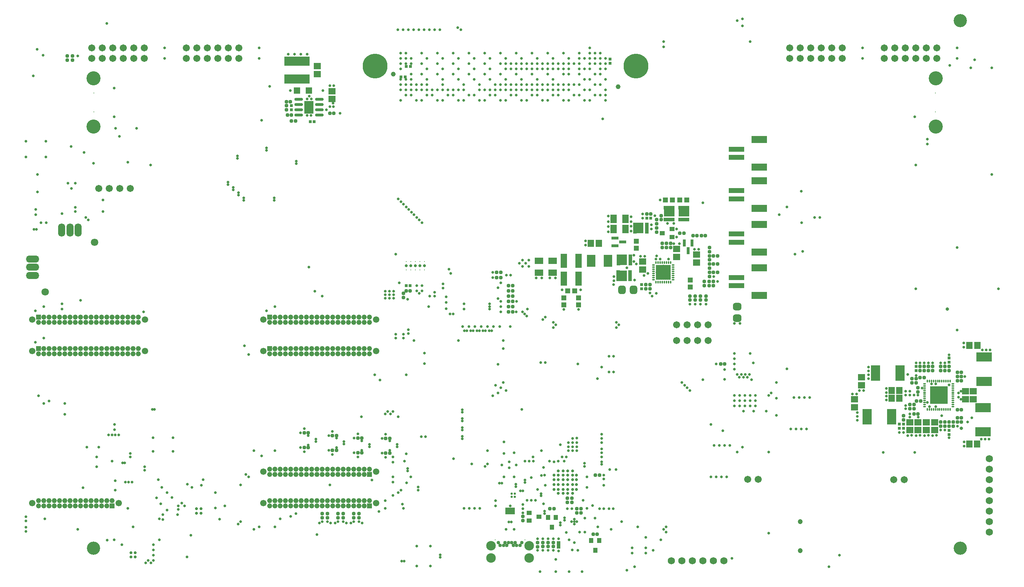
<source format=gbs>
G04 Layer_Color=16711935*
%FSLAX24Y24*%
%MOIN*%
G70*
G01*
G75*
%ADD101C,0.0039*%
%ADD102C,0.1260*%
G04:AMPARAMS|DCode=164|XSize=33.6mil|YSize=31.6mil|CornerRadius=9.9mil|HoleSize=0mil|Usage=FLASHONLY|Rotation=180.000|XOffset=0mil|YOffset=0mil|HoleType=Round|Shape=RoundedRectangle|*
%AMROUNDEDRECTD164*
21,1,0.0336,0.0118,0,0,180.0*
21,1,0.0138,0.0316,0,0,180.0*
1,1,0.0198,-0.0069,0.0059*
1,1,0.0198,0.0069,0.0059*
1,1,0.0198,0.0069,-0.0059*
1,1,0.0198,-0.0069,-0.0059*
%
%ADD164ROUNDEDRECTD164*%
G04:AMPARAMS|DCode=165|XSize=33.6mil|YSize=31.6mil|CornerRadius=9.9mil|HoleSize=0mil|Usage=FLASHONLY|Rotation=90.000|XOffset=0mil|YOffset=0mil|HoleType=Round|Shape=RoundedRectangle|*
%AMROUNDEDRECTD165*
21,1,0.0336,0.0118,0,0,90.0*
21,1,0.0138,0.0316,0,0,90.0*
1,1,0.0198,0.0059,0.0069*
1,1,0.0198,0.0059,-0.0069*
1,1,0.0198,-0.0059,-0.0069*
1,1,0.0198,-0.0059,0.0069*
%
%ADD165ROUNDEDRECTD165*%
%ADD166R,0.0277X0.0316*%
%ADD167R,0.0316X0.0277*%
%ADD170R,0.0690X0.0297*%
%ADD176R,0.0474X0.0513*%
%ADD180R,0.0611X0.0808*%
%ADD181R,0.0592X0.0671*%
G04:AMPARAMS|DCode=182|XSize=78.9mil|YSize=71mil|CornerRadius=19.7mil|HoleSize=0mil|Usage=FLASHONLY|Rotation=180.000|XOffset=0mil|YOffset=0mil|HoleType=Round|Shape=RoundedRectangle|*
%AMROUNDEDRECTD182*
21,1,0.0789,0.0315,0,0,180.0*
21,1,0.0394,0.0710,0,0,180.0*
1,1,0.0395,-0.0197,0.0157*
1,1,0.0395,0.0197,0.0157*
1,1,0.0395,0.0197,-0.0157*
1,1,0.0395,-0.0197,-0.0157*
%
%ADD182ROUNDEDRECTD182*%
%ADD183R,0.0415X0.0474*%
%ADD184R,0.0415X0.0474*%
%ADD188R,0.0513X0.0474*%
%ADD198R,0.0808X0.0611*%
%ADD201R,0.0474X0.0415*%
%ADD202R,0.0474X0.0415*%
G04:AMPARAMS|DCode=210|XSize=20.7mil|YSize=22.7mil|CornerRadius=6.4mil|HoleSize=0mil|Usage=FLASHONLY|Rotation=180.000|XOffset=0mil|YOffset=0mil|HoleType=Round|Shape=RoundedRectangle|*
%AMROUNDEDRECTD210*
21,1,0.0207,0.0098,0,0,180.0*
21,1,0.0079,0.0227,0,0,180.0*
1,1,0.0129,-0.0039,0.0049*
1,1,0.0129,0.0039,0.0049*
1,1,0.0129,0.0039,-0.0049*
1,1,0.0129,-0.0039,-0.0049*
%
%ADD210ROUNDEDRECTD210*%
%ADD211R,0.0109X0.0296*%
%ADD212R,0.0187X0.0296*%
%ADD221R,0.0671X0.0592*%
%ADD238C,0.0680*%
%ADD239C,0.0030*%
%ADD240C,0.2363*%
%ADD241C,0.0462*%
%ADD242C,0.0080*%
%ADD243C,0.0336*%
%ADD244C,0.0907*%
%ADD245C,0.0671*%
%ADD246C,0.1340*%
%ADD247C,0.0710*%
%ADD248O,0.0671X0.1261*%
%ADD249O,0.1261X0.0671*%
%ADD250C,0.0474*%
%ADD251C,0.0480*%
%ADD252R,0.0480X0.0480*%
%ADD253C,0.0330*%
%ADD254C,0.0277*%
%ADD255C,0.0260*%
%ADD256C,0.0118*%
%ADD257R,0.1458X0.0867*%
%ADD258R,0.0867X0.1458*%
%ADD259O,0.0827X0.0276*%
%ADD260R,0.0879X0.1221*%
%ADD261R,0.0356X0.0493*%
%ADD262R,0.0356X0.0285*%
%ADD263O,0.0276X0.0134*%
%ADD264O,0.0134X0.0276*%
%ADD265R,0.1654X0.1654*%
%ADD266R,0.2442X0.0867*%
%ADD267R,0.0631X0.0631*%
%ADD268R,0.0631X0.1379*%
%ADD269R,0.0834X0.1178*%
G04:AMPARAMS|DCode=270|XSize=78.9mil|YSize=71mil|CornerRadius=19.7mil|HoleSize=0mil|Usage=FLASHONLY|Rotation=90.000|XOffset=0mil|YOffset=0mil|HoleType=Round|Shape=RoundedRectangle|*
%AMROUNDEDRECTD270*
21,1,0.0789,0.0315,0,0,90.0*
21,1,0.0394,0.0710,0,0,90.0*
1,1,0.0395,0.0157,0.0197*
1,1,0.0395,0.0157,-0.0197*
1,1,0.0395,-0.0157,-0.0197*
1,1,0.0395,-0.0157,0.0197*
%
%ADD270ROUNDEDRECTD270*%
%ADD271R,0.0328X0.0277*%
%ADD272R,0.0828X0.1045*%
%ADD273R,0.0297X0.0690*%
%ADD274R,0.0277X0.0328*%
%ADD275R,0.1045X0.0828*%
%ADD276R,0.1398X0.1398*%
%ADD277R,0.1497X0.0682*%
%ADD278R,0.1497X0.0513*%
%ADD279C,0.0610*%
G36*
X47103Y5925D02*
X46197Y5925D01*
X46197Y6575D01*
X47103Y6575D01*
X47103Y5925D01*
X47103Y5925D02*
G37*
D101*
X950Y50580D02*
D03*
X950Y49400D02*
D03*
D102*
X89500Y2700D02*
D03*
X89500Y53000D02*
D03*
X7000Y2700D02*
D03*
D164*
X86071Y19653D02*
D03*
X86071Y20047D02*
D03*
X85677Y19653D02*
D03*
X85677Y20047D02*
D03*
X87646Y14732D02*
D03*
X87646Y14338D02*
D03*
X88039Y14732D02*
D03*
X88039Y14338D02*
D03*
X87646Y19653D02*
D03*
X87646Y20047D02*
D03*
X88039Y19653D02*
D03*
X88039Y20047D02*
D03*
X5000Y49250D02*
D03*
X5000Y49644D02*
D03*
X50250Y3250D02*
D03*
X50250Y2856D02*
D03*
X49250Y3247D02*
D03*
X49250Y2853D02*
D03*
X49750Y3250D02*
D03*
X49750Y2856D02*
D03*
X50750Y3250D02*
D03*
X50750Y2856D02*
D03*
X65120Y27728D02*
D03*
X65120Y28122D02*
D03*
X47874Y5335D02*
D03*
X47874Y5728D02*
D03*
X52520Y7067D02*
D03*
X52520Y7461D02*
D03*
X52087Y7067D02*
D03*
X52087Y7461D02*
D03*
X88433Y19653D02*
D03*
X88433Y20047D02*
D03*
X86858Y19653D02*
D03*
X86858Y20047D02*
D03*
X86465Y20047D02*
D03*
X86465Y19653D02*
D03*
X88433Y14338D02*
D03*
X88433Y14732D02*
D03*
X88827Y14338D02*
D03*
X88827Y14732D02*
D03*
X84102Y14929D02*
D03*
X84102Y15322D02*
D03*
X84890Y18472D02*
D03*
X84890Y18866D02*
D03*
X85283Y18866D02*
D03*
X85283Y18472D02*
D03*
X85480Y17606D02*
D03*
X85480Y18000D02*
D03*
X4500Y49250D02*
D03*
X4500Y49644D02*
D03*
X25354Y44894D02*
D03*
X25354Y44500D02*
D03*
X36500Y26603D02*
D03*
X36500Y26997D02*
D03*
X59949Y27826D02*
D03*
X59949Y27433D02*
D03*
X59556Y27433D02*
D03*
X59556Y27826D02*
D03*
X65300Y26750D02*
D03*
X65300Y26356D02*
D03*
X64750Y26750D02*
D03*
X64750Y26356D02*
D03*
X64250Y26750D02*
D03*
X64250Y26356D02*
D03*
X63750Y26750D02*
D03*
X63750Y26356D02*
D03*
X61130Y31370D02*
D03*
X61130Y31763D02*
D03*
X65620Y28614D02*
D03*
X65620Y29007D02*
D03*
X65620Y29401D02*
D03*
X65620Y29795D02*
D03*
X65620Y30189D02*
D03*
X65620Y30582D02*
D03*
X65620Y30976D02*
D03*
X65620Y31370D02*
D03*
X61524Y31763D02*
D03*
X61524Y31370D02*
D03*
X61918Y31763D02*
D03*
X61918Y31370D02*
D03*
X61032Y34421D02*
D03*
X61032Y34027D02*
D03*
X60599Y33633D02*
D03*
X60599Y34027D02*
D03*
X60599Y33240D02*
D03*
X60599Y32846D02*
D03*
X29276Y5606D02*
D03*
X29276Y6000D02*
D03*
X28776Y5606D02*
D03*
X28776Y6000D02*
D03*
X30776Y5606D02*
D03*
X30776Y6000D02*
D03*
X30276Y5606D02*
D03*
X30276Y6000D02*
D03*
X31776Y5606D02*
D03*
X31776Y6000D02*
D03*
X32276Y5606D02*
D03*
X32276Y6000D02*
D03*
D165*
X25354Y45262D02*
D03*
X25748Y45262D02*
D03*
X85480Y15519D02*
D03*
X85087Y15519D02*
D03*
X67080Y20264D02*
D03*
X66686Y20264D02*
D03*
X54553Y4050D02*
D03*
X54947Y4050D02*
D03*
X53386Y6083D02*
D03*
X52992Y6083D02*
D03*
X53386Y6476D02*
D03*
X52992Y6476D02*
D03*
X50433Y6476D02*
D03*
X50827Y6476D02*
D03*
X54764Y9685D02*
D03*
X55157Y9685D02*
D03*
X89614Y15126D02*
D03*
X89220Y15126D02*
D03*
X89220Y14732D02*
D03*
X89614Y14732D02*
D03*
X89614Y15913D02*
D03*
X89220Y15913D02*
D03*
X89614Y19456D02*
D03*
X89220Y19456D02*
D03*
X89614Y19063D02*
D03*
X89220Y19063D02*
D03*
X89614Y18669D02*
D03*
X89220Y18669D02*
D03*
X84693Y16011D02*
D03*
X85087Y16011D02*
D03*
X85087Y16405D02*
D03*
X84693Y16405D02*
D03*
X85343Y16740D02*
D03*
X85736Y16740D02*
D03*
X85677Y18964D02*
D03*
X86071Y18964D02*
D03*
X29488Y44159D02*
D03*
X29882Y44159D02*
D03*
X25846Y43441D02*
D03*
X26240Y43441D02*
D03*
X25453Y44000D02*
D03*
X25846Y44000D02*
D03*
X37144Y27250D02*
D03*
X36750Y27250D02*
D03*
X45356Y29000D02*
D03*
X45750Y29000D02*
D03*
X45356Y28500D02*
D03*
X45750Y28500D02*
D03*
X46900Y25250D02*
D03*
X46506Y25250D02*
D03*
X46506Y25750D02*
D03*
X46900Y25750D02*
D03*
X46506Y26250D02*
D03*
X46900Y26250D02*
D03*
X46506Y26750D02*
D03*
X46900Y26750D02*
D03*
X46506Y27250D02*
D03*
X46900Y27250D02*
D03*
X46506Y27750D02*
D03*
X46900Y27750D02*
D03*
X65613Y27728D02*
D03*
X66006Y27728D02*
D03*
X65613Y28122D02*
D03*
X66006Y28122D02*
D03*
X66408Y29007D02*
D03*
X66014Y29007D02*
D03*
X66408Y29795D02*
D03*
X66014Y29795D02*
D03*
X66408Y30582D02*
D03*
X66014Y30582D02*
D03*
X64853Y32500D02*
D03*
X65247Y32500D02*
D03*
X64447Y32500D02*
D03*
X64053Y32500D02*
D03*
X63197Y32748D02*
D03*
X62804Y32748D02*
D03*
X60048Y34571D02*
D03*
X59654Y34571D02*
D03*
X27050Y13700D02*
D03*
X27444Y13700D02*
D03*
X27050Y12300D02*
D03*
X27444Y12300D02*
D03*
X29744Y12050D02*
D03*
X30137Y12050D02*
D03*
X29744Y13450D02*
D03*
X30137Y13450D02*
D03*
X32150Y13200D02*
D03*
X32544Y13200D02*
D03*
X32150Y11800D02*
D03*
X32544Y11800D02*
D03*
X34800Y13185D02*
D03*
X35194Y13185D02*
D03*
X34800Y11785D02*
D03*
X35194Y11785D02*
D03*
D166*
X28012Y43372D02*
D03*
X27618Y43372D02*
D03*
X37144Y27750D02*
D03*
X36750Y27750D02*
D03*
X36772Y48650D02*
D03*
X37166Y48650D02*
D03*
X36666Y47650D02*
D03*
X36272Y47650D02*
D03*
X60048Y34177D02*
D03*
X59654Y34177D02*
D03*
D167*
X25827Y44500D02*
D03*
X25827Y44894D02*
D03*
X85283Y19653D02*
D03*
X85283Y20047D02*
D03*
X83709Y14535D02*
D03*
X83709Y14141D02*
D03*
X84102Y14535D02*
D03*
X84102Y14141D02*
D03*
X88433Y13944D02*
D03*
X88433Y13551D02*
D03*
X88433Y20441D02*
D03*
X88433Y20834D02*
D03*
X56169Y48953D02*
D03*
X56169Y49347D02*
D03*
X59162Y27433D02*
D03*
X59162Y27826D02*
D03*
D170*
X57364Y31900D02*
D03*
X56636Y32274D02*
D03*
X56636Y31526D02*
D03*
D176*
X51760Y26586D02*
D03*
X51760Y25917D02*
D03*
X53158Y26586D02*
D03*
X53158Y25917D02*
D03*
X58650Y31315D02*
D03*
X58650Y31985D02*
D03*
X63788Y28259D02*
D03*
X63788Y27590D02*
D03*
D180*
X57629Y34106D02*
D03*
X56507Y34106D02*
D03*
X57629Y33122D02*
D03*
X56507Y33122D02*
D03*
D181*
X90376Y22050D02*
D03*
X91124Y22050D02*
D03*
X90352Y12650D02*
D03*
X91100Y12650D02*
D03*
X83709Y17015D02*
D03*
X82961Y17015D02*
D03*
X83709Y17724D02*
D03*
X82961Y17724D02*
D03*
X55089Y31776D02*
D03*
X54341Y31776D02*
D03*
D182*
X68250Y25750D02*
D03*
X68250Y24648D02*
D03*
D183*
X54750Y2500D02*
D03*
X54376Y3445D02*
D03*
X50630Y4705D02*
D03*
X50256Y5650D02*
D03*
D184*
X55124Y3445D02*
D03*
X51004Y5650D02*
D03*
D188*
X52804Y27236D02*
D03*
X52134Y27236D02*
D03*
X62804Y35897D02*
D03*
X63473Y35897D02*
D03*
X61445Y35897D02*
D03*
X62115Y35897D02*
D03*
D198*
X50697Y28968D02*
D03*
X50697Y30090D02*
D03*
X49398Y28968D02*
D03*
X49398Y30090D02*
D03*
D201*
X49409Y5709D02*
D03*
X48465Y5335D02*
D03*
X61130Y32748D02*
D03*
X62075Y33122D02*
D03*
D202*
X48465Y6083D02*
D03*
X62075Y32374D02*
D03*
D210*
X46800Y7888D02*
D03*
X46800Y7612D02*
D03*
X47100Y7888D02*
D03*
X47100Y7612D02*
D03*
D211*
X46847Y6078D02*
D03*
X47044Y6078D02*
D03*
X46256Y6078D02*
D03*
X46453Y6078D02*
D03*
X47044Y6422D02*
D03*
X46847Y6422D02*
D03*
X46453Y6422D02*
D03*
X46256Y6422D02*
D03*
D212*
X46650Y6078D02*
D03*
X46650Y6422D02*
D03*
D221*
X90717Y17665D02*
D03*
X90717Y16917D02*
D03*
X90008Y17665D02*
D03*
X90008Y16917D02*
D03*
X80100Y18252D02*
D03*
X80100Y19000D02*
D03*
X79439Y16902D02*
D03*
X79439Y16154D02*
D03*
X84693Y13964D02*
D03*
X84693Y14712D02*
D03*
X85480Y13964D02*
D03*
X85480Y14712D02*
D03*
X86268Y13964D02*
D03*
X86268Y14712D02*
D03*
X87055Y13964D02*
D03*
X87055Y14712D02*
D03*
X28307Y47919D02*
D03*
X28307Y48667D02*
D03*
X29685Y46285D02*
D03*
X29685Y45537D02*
D03*
X59260Y29283D02*
D03*
X59260Y30031D02*
D03*
X64383Y29946D02*
D03*
X64383Y30694D02*
D03*
X62508Y30485D02*
D03*
X62508Y31233D02*
D03*
D238*
X92250Y11250D02*
D03*
X92250Y10250D02*
D03*
X92250Y9250D02*
D03*
X92250Y8250D02*
D03*
X92250Y7250D02*
D03*
X92250Y6250D02*
D03*
X92250Y5250D02*
D03*
X92250Y4250D02*
D03*
X67000Y1500D02*
D03*
X66000Y1500D02*
D03*
X65000Y1500D02*
D03*
X64000Y1500D02*
D03*
X63000Y1500D02*
D03*
X62000Y1500D02*
D03*
D239*
X2756Y51181D02*
D03*
X91394Y51181D02*
D03*
X91394Y2756D02*
D03*
X2756Y2756D02*
D03*
D240*
X58620Y48687D02*
D03*
X33813Y48687D02*
D03*
D241*
X56920Y46699D02*
D03*
X35518Y47900D02*
D03*
D242*
X45231Y3490D02*
D03*
X48066Y3490D02*
D03*
X7030Y44317D02*
D03*
X7030Y46089D02*
D03*
X87120Y44317D02*
D03*
X87120Y46089D02*
D03*
D243*
X45546Y3234D02*
D03*
X45704Y2959D02*
D03*
X46019Y2959D02*
D03*
X46176Y3234D02*
D03*
X46333Y2959D02*
D03*
X46491Y3234D02*
D03*
X46806Y3234D02*
D03*
X46963Y2959D02*
D03*
X47121Y3234D02*
D03*
X47278Y2959D02*
D03*
X47593Y2959D02*
D03*
X47751Y3234D02*
D03*
D244*
X44837Y2939D02*
D03*
X44837Y1758D02*
D03*
X48459Y2939D02*
D03*
X48459Y1758D02*
D03*
D245*
X9500Y37000D02*
D03*
X8500Y37000D02*
D03*
X7500Y37000D02*
D03*
X10500Y37000D02*
D03*
X82282Y49400D02*
D03*
X83282Y49400D02*
D03*
X84282Y49400D02*
D03*
X87282Y49400D02*
D03*
X86282Y49400D02*
D03*
X85282Y49400D02*
D03*
X85282Y50400D02*
D03*
X86282Y50400D02*
D03*
X87282Y50400D02*
D03*
X84282Y50400D02*
D03*
X83282Y50400D02*
D03*
X82282Y50400D02*
D03*
X73282Y49400D02*
D03*
X74282Y49400D02*
D03*
X75282Y49400D02*
D03*
X78282Y49400D02*
D03*
X77282Y49400D02*
D03*
X76282Y49400D02*
D03*
X76282Y50400D02*
D03*
X77282Y50400D02*
D03*
X78282Y50400D02*
D03*
X75282Y50400D02*
D03*
X74282Y50400D02*
D03*
X73282Y50400D02*
D03*
X15819Y49400D02*
D03*
X16819Y49400D02*
D03*
X17819Y49400D02*
D03*
X20819Y49400D02*
D03*
X19819Y49400D02*
D03*
X18819Y49400D02*
D03*
X18819Y50400D02*
D03*
X19819Y50400D02*
D03*
X20819Y50400D02*
D03*
X17819Y50400D02*
D03*
X16819Y50400D02*
D03*
X15819Y50400D02*
D03*
X6819Y49400D02*
D03*
X7819Y49400D02*
D03*
X8819Y49400D02*
D03*
X11819Y49400D02*
D03*
X10819Y49400D02*
D03*
X9819Y49400D02*
D03*
X9819Y50400D02*
D03*
X10819Y50400D02*
D03*
X11819Y50400D02*
D03*
X8819Y50400D02*
D03*
X7819Y50400D02*
D03*
X6819Y50400D02*
D03*
X70261Y9264D02*
D03*
X69261Y9264D02*
D03*
X83150Y9250D02*
D03*
X84150Y9250D02*
D03*
X64500Y24000D02*
D03*
X63500Y24000D02*
D03*
X62500Y24000D02*
D03*
X65500Y24000D02*
D03*
X64500Y22500D02*
D03*
X63500Y22500D02*
D03*
X62500Y22500D02*
D03*
X65500Y22500D02*
D03*
D246*
X7000Y42900D02*
D03*
X7000Y47506D02*
D03*
X87150Y42900D02*
D03*
X87150Y47506D02*
D03*
D247*
X7112Y31862D02*
D03*
X2388Y27138D02*
D03*
D248*
X5537Y33043D02*
D03*
X4750Y33043D02*
D03*
X3963Y33043D02*
D03*
D249*
X1207Y30287D02*
D03*
X1207Y28713D02*
D03*
X1207Y29500D02*
D03*
D250*
X74274Y5241D02*
D03*
X74274Y2485D02*
D03*
D251*
X11276Y24250D02*
D03*
X11276Y24750D02*
D03*
X10776Y24250D02*
D03*
X10776Y24750D02*
D03*
X10276Y24250D02*
D03*
X10276Y24750D02*
D03*
X9776Y24250D02*
D03*
X9776Y24750D02*
D03*
X9276Y24250D02*
D03*
X9276Y24750D02*
D03*
X8776Y24250D02*
D03*
X8776Y24750D02*
D03*
X8276Y24250D02*
D03*
X8276Y24750D02*
D03*
X7776Y24250D02*
D03*
X7776Y24750D02*
D03*
X7276Y24250D02*
D03*
X7276Y24750D02*
D03*
X6776Y24250D02*
D03*
X6776Y24750D02*
D03*
X6276Y24250D02*
D03*
X6276Y24750D02*
D03*
X5776Y24250D02*
D03*
X5776Y24750D02*
D03*
X5276Y24250D02*
D03*
X5276Y24750D02*
D03*
X4776Y24250D02*
D03*
X4776Y24750D02*
D03*
X4276Y24250D02*
D03*
X4276Y24750D02*
D03*
X3776Y24250D02*
D03*
X3776Y24750D02*
D03*
X2276Y24250D02*
D03*
X2276Y24750D02*
D03*
X1776Y24250D02*
D03*
X2776Y24750D02*
D03*
X3276Y24750D02*
D03*
X2776Y24250D02*
D03*
X3276Y24250D02*
D03*
X23776Y21250D02*
D03*
X24276Y21750D02*
D03*
X24276Y21250D02*
D03*
X24776Y21750D02*
D03*
X24776Y21250D02*
D03*
X25276Y21750D02*
D03*
X25276Y21250D02*
D03*
X25776Y21750D02*
D03*
X25776Y21250D02*
D03*
X26276Y21750D02*
D03*
X26276Y21250D02*
D03*
X26776Y21750D02*
D03*
X26776Y21250D02*
D03*
X27276Y21750D02*
D03*
X27276Y21250D02*
D03*
X27776Y21750D02*
D03*
X27776Y21250D02*
D03*
X28276Y21750D02*
D03*
X28276Y21250D02*
D03*
X28776Y21750D02*
D03*
X28776Y21250D02*
D03*
X29276Y21750D02*
D03*
X29276Y21250D02*
D03*
X29776Y21750D02*
D03*
X29776Y21250D02*
D03*
X30276Y21750D02*
D03*
X30276Y21250D02*
D03*
X30776Y21750D02*
D03*
X30776Y21250D02*
D03*
X31276Y21750D02*
D03*
X31276Y21250D02*
D03*
X31776Y21750D02*
D03*
X31776Y21250D02*
D03*
X32276Y21750D02*
D03*
X32276Y21250D02*
D03*
X32776Y21750D02*
D03*
X32776Y21250D02*
D03*
X33276Y21750D02*
D03*
X33276Y21250D02*
D03*
X33276Y24250D02*
D03*
X33276Y24750D02*
D03*
X32776Y24250D02*
D03*
X32776Y24750D02*
D03*
X32276Y24250D02*
D03*
X32276Y24750D02*
D03*
X31776Y24250D02*
D03*
X31776Y24750D02*
D03*
X31276Y24250D02*
D03*
X31276Y24750D02*
D03*
X30776Y24250D02*
D03*
X30776Y24750D02*
D03*
X30276Y24250D02*
D03*
X30276Y24750D02*
D03*
X29776Y24250D02*
D03*
X29776Y24750D02*
D03*
X29276Y24250D02*
D03*
X29276Y24750D02*
D03*
X28776Y24250D02*
D03*
X28776Y24750D02*
D03*
X28276Y24250D02*
D03*
X28276Y24750D02*
D03*
X27776Y24250D02*
D03*
X27776Y24750D02*
D03*
X27276Y24250D02*
D03*
X27276Y24750D02*
D03*
X26776Y24250D02*
D03*
X26776Y24750D02*
D03*
X26276Y24250D02*
D03*
X26276Y24750D02*
D03*
X25776Y24250D02*
D03*
X25776Y24750D02*
D03*
X25276Y24250D02*
D03*
X25276Y24750D02*
D03*
X24776Y24250D02*
D03*
X24776Y24750D02*
D03*
X24276Y24250D02*
D03*
X24276Y24750D02*
D03*
X23776Y24250D02*
D03*
X23776Y10250D02*
D03*
X23776Y9750D02*
D03*
X24276Y10250D02*
D03*
X24276Y9750D02*
D03*
X24776Y10250D02*
D03*
X24776Y9750D02*
D03*
X25276Y10250D02*
D03*
X25276Y9750D02*
D03*
X25776Y10250D02*
D03*
X25776Y9750D02*
D03*
X26276Y10250D02*
D03*
X26276Y9750D02*
D03*
X26776Y10250D02*
D03*
X26776Y9750D02*
D03*
X27276Y9750D02*
D03*
X27776Y9750D02*
D03*
X28276Y10250D02*
D03*
X28276Y9750D02*
D03*
X28776Y10250D02*
D03*
X28776Y9750D02*
D03*
X29276Y10250D02*
D03*
X29276Y9750D02*
D03*
X29776Y10250D02*
D03*
X29776Y9750D02*
D03*
X30276Y10250D02*
D03*
X30276Y9750D02*
D03*
X30776Y10250D02*
D03*
X30776Y9750D02*
D03*
X31276Y10250D02*
D03*
X31276Y9750D02*
D03*
X31776Y10250D02*
D03*
X31776Y9750D02*
D03*
X32276Y10250D02*
D03*
X32276Y9750D02*
D03*
X32776Y10250D02*
D03*
X32776Y9750D02*
D03*
X33276Y10250D02*
D03*
X27776Y10250D02*
D03*
X27276Y10250D02*
D03*
X33276Y7250D02*
D03*
X32776Y6750D02*
D03*
X32776Y7250D02*
D03*
X32276Y6750D02*
D03*
X32276Y7250D02*
D03*
X31776Y6750D02*
D03*
X31776Y7250D02*
D03*
X31276Y6750D02*
D03*
X31276Y7250D02*
D03*
X30776Y6750D02*
D03*
X30776Y7250D02*
D03*
X30276Y6750D02*
D03*
X30276Y7250D02*
D03*
X29776Y6750D02*
D03*
X29776Y7250D02*
D03*
X29276Y6750D02*
D03*
X29276Y7250D02*
D03*
X28776Y6750D02*
D03*
X28776Y7250D02*
D03*
X28276Y6750D02*
D03*
X28276Y7250D02*
D03*
X27776Y6750D02*
D03*
X27776Y7250D02*
D03*
X27276Y6750D02*
D03*
X27276Y7250D02*
D03*
X26776Y6750D02*
D03*
X26776Y7250D02*
D03*
X26276Y6750D02*
D03*
X26276Y7250D02*
D03*
X25776Y6750D02*
D03*
X25776Y7250D02*
D03*
X25276Y6750D02*
D03*
X25276Y7250D02*
D03*
X24776Y6750D02*
D03*
X24776Y7250D02*
D03*
X24276Y6750D02*
D03*
X24276Y7250D02*
D03*
X23776Y6750D02*
D03*
X23776Y7250D02*
D03*
X1776Y7250D02*
D03*
X1776Y6750D02*
D03*
X2276Y7250D02*
D03*
X2276Y6750D02*
D03*
X2776Y7250D02*
D03*
X2776Y6750D02*
D03*
X3276Y7250D02*
D03*
X3276Y6750D02*
D03*
X3776Y7250D02*
D03*
X3776Y6750D02*
D03*
X4276Y7250D02*
D03*
X4276Y6750D02*
D03*
X4776Y7250D02*
D03*
X4776Y6750D02*
D03*
X5276Y7250D02*
D03*
X5276Y6750D02*
D03*
X5776Y7250D02*
D03*
X5776Y6750D02*
D03*
X6276Y7250D02*
D03*
X6276Y6750D02*
D03*
X6776Y7250D02*
D03*
X6776Y6750D02*
D03*
X7276Y7250D02*
D03*
X7276Y6750D02*
D03*
X7776Y7250D02*
D03*
X7776Y6750D02*
D03*
X8276Y7250D02*
D03*
X8276Y6750D02*
D03*
X8776Y7250D02*
D03*
X1776Y21250D02*
D03*
X2276Y21750D02*
D03*
X2276Y21250D02*
D03*
X3776Y21750D02*
D03*
X3776Y21250D02*
D03*
X4276Y21750D02*
D03*
X4776Y21750D02*
D03*
X5276Y21750D02*
D03*
X5276Y21250D02*
D03*
X5776Y21750D02*
D03*
X5776Y21250D02*
D03*
X6276Y21750D02*
D03*
X6276Y21250D02*
D03*
X6776Y21750D02*
D03*
X6776Y21250D02*
D03*
X7276Y21750D02*
D03*
X7276Y21250D02*
D03*
X7776Y21750D02*
D03*
X7776Y21250D02*
D03*
X8276Y21750D02*
D03*
X8276Y21250D02*
D03*
X8776Y21750D02*
D03*
X8776Y21250D02*
D03*
X9276Y21750D02*
D03*
X9276Y21250D02*
D03*
X9776Y21750D02*
D03*
X9776Y21250D02*
D03*
X10276Y21750D02*
D03*
X10276Y21250D02*
D03*
X10776Y21750D02*
D03*
X10776Y21250D02*
D03*
X11276Y21750D02*
D03*
X11276Y21250D02*
D03*
X3276Y21750D02*
D03*
X2776Y21750D02*
D03*
X4276Y21250D02*
D03*
X4776Y21250D02*
D03*
X3276Y21250D02*
D03*
X2776Y21250D02*
D03*
D252*
X1776Y24750D02*
D03*
X23776Y21750D02*
D03*
X23776Y24750D02*
D03*
X33276Y9750D02*
D03*
X33276Y6750D02*
D03*
X8776Y6750D02*
D03*
X1776Y21750D02*
D03*
D253*
X89614Y14141D02*
D03*
X88250Y25500D02*
D03*
D254*
X52136Y9222D02*
D03*
X52589Y9222D02*
D03*
X52972Y9222D02*
D03*
X52589Y10059D02*
D03*
X52136Y10059D02*
D03*
X52589Y9675D02*
D03*
X52136Y9675D02*
D03*
X52972Y9675D02*
D03*
X52972Y8317D02*
D03*
X52136Y8317D02*
D03*
X52589Y8317D02*
D03*
X52136Y7933D02*
D03*
X52589Y7933D02*
D03*
X52972Y8770D02*
D03*
X52589Y8770D02*
D03*
X52136Y8770D02*
D03*
X51683Y8770D02*
D03*
X51230Y8770D02*
D03*
X50846Y8770D02*
D03*
X51230Y7933D02*
D03*
X51683Y7933D02*
D03*
X51230Y8317D02*
D03*
X51683Y8317D02*
D03*
X50846Y8317D02*
D03*
X50846Y9675D02*
D03*
X51683Y9675D02*
D03*
X51230Y9675D02*
D03*
X51683Y10059D02*
D03*
X51230Y10059D02*
D03*
X50846Y9222D02*
D03*
X51230Y9222D02*
D03*
X51683Y9222D02*
D03*
X10974Y1887D02*
D03*
X10580Y1887D02*
D03*
X10974Y2281D02*
D03*
X10580Y2281D02*
D03*
X16783Y6467D02*
D03*
X17217Y6467D02*
D03*
X16783Y6033D02*
D03*
X17217Y6033D02*
D03*
X37189Y29628D02*
D03*
X36756Y29628D02*
D03*
X38488Y29628D02*
D03*
X38055Y29628D02*
D03*
X37622Y29628D02*
D03*
D255*
X84500Y19259D02*
D03*
X89824Y22261D02*
D03*
X89824Y21861D02*
D03*
X91595Y21602D02*
D03*
X91956Y21602D02*
D03*
X92317Y21602D02*
D03*
X89850Y12450D02*
D03*
X89850Y12850D02*
D03*
X91495Y13109D02*
D03*
X91856Y13109D02*
D03*
X92217Y13109D02*
D03*
X79222Y17407D02*
D03*
X79622Y17407D02*
D03*
X79700Y14900D02*
D03*
X79700Y15261D02*
D03*
X79700Y15622D02*
D03*
X42100Y14215D02*
D03*
X42100Y13985D02*
D03*
X42100Y15065D02*
D03*
X42100Y14835D02*
D03*
X42100Y15685D02*
D03*
X42100Y15915D02*
D03*
X57750Y600D02*
D03*
X13750Y49400D02*
D03*
X13750Y50400D02*
D03*
X22750Y49400D02*
D03*
X22750Y50400D02*
D03*
X89213Y49400D02*
D03*
X89213Y50400D02*
D03*
X80213Y50400D02*
D03*
X80213Y49400D02*
D03*
X24200Y35885D02*
D03*
X21300Y35885D02*
D03*
X55219Y48400D02*
D03*
X24200Y36115D02*
D03*
X21300Y36115D02*
D03*
X55219Y48900D02*
D03*
X53219Y48900D02*
D03*
X26315Y39615D02*
D03*
X53219Y48400D02*
D03*
X26315Y39385D02*
D03*
X50219Y46900D02*
D03*
X50719Y46900D02*
D03*
X47219Y46900D02*
D03*
X47719Y46900D02*
D03*
X20700Y40115D02*
D03*
X54219Y50400D02*
D03*
X20700Y39885D02*
D03*
X54219Y49900D02*
D03*
X23465Y40865D02*
D03*
X54219Y49400D02*
D03*
X23465Y40635D02*
D03*
X54219Y48900D02*
D03*
X48719Y48400D02*
D03*
X19800Y37385D02*
D03*
X48219Y48400D02*
D03*
X19800Y37615D02*
D03*
X48719Y46400D02*
D03*
X20300Y37115D02*
D03*
X49219Y46400D02*
D03*
X20300Y36885D02*
D03*
X49719Y48900D02*
D03*
X20800Y36385D02*
D03*
X49219Y48900D02*
D03*
X20800Y36615D02*
D03*
X50719Y46400D02*
D03*
X51219Y46400D02*
D03*
X52219Y46900D02*
D03*
X51719Y46900D02*
D03*
X45719Y46900D02*
D03*
X46219Y46900D02*
D03*
X46219Y48900D02*
D03*
X46719Y48900D02*
D03*
X50219Y48400D02*
D03*
X49719Y48400D02*
D03*
X44719Y46400D02*
D03*
X45219Y46400D02*
D03*
X5500Y4500D02*
D03*
X23000Y43500D02*
D03*
X1635Y50265D02*
D03*
X8250Y52750D02*
D03*
X41219Y45900D02*
D03*
X52219Y48900D02*
D03*
X52719Y48900D02*
D03*
X47219Y48400D02*
D03*
X46719Y48400D02*
D03*
X48719Y46900D02*
D03*
X49219Y46900D02*
D03*
X52219Y45400D02*
D03*
X51719Y45400D02*
D03*
X52219Y46400D02*
D03*
X36500Y35500D02*
D03*
X36250Y35750D02*
D03*
X36000Y36000D02*
D03*
X36750Y35250D02*
D03*
X37000Y35000D02*
D03*
X37250Y34750D02*
D03*
X37500Y34500D02*
D03*
X37750Y34250D02*
D03*
X38000Y34000D02*
D03*
X38250Y33750D02*
D03*
X50719Y45900D02*
D03*
X49219Y45900D02*
D03*
X48219Y46400D02*
D03*
X47719Y46400D02*
D03*
X29833Y44799D02*
D03*
X29803Y45144D02*
D03*
X38500Y20300D02*
D03*
X38500Y21300D02*
D03*
X23450Y25350D02*
D03*
X24276Y25750D02*
D03*
X21750Y21174D02*
D03*
X21350Y22000D02*
D03*
X32500Y15250D02*
D03*
X34250Y18750D02*
D03*
X61250Y50500D02*
D03*
X61250Y51000D02*
D03*
X5776Y26324D02*
D03*
X4000Y26000D02*
D03*
X4000Y25500D02*
D03*
X2276Y25750D02*
D03*
X1450Y25350D02*
D03*
X1450Y22350D02*
D03*
X2276Y22750D02*
D03*
X4250Y16500D02*
D03*
X1750Y17250D02*
D03*
X22250Y12000D02*
D03*
X24250Y12000D02*
D03*
X569Y5697D02*
D03*
X569Y5303D02*
D03*
X569Y4697D02*
D03*
X569Y4303D02*
D03*
X36900Y10085D02*
D03*
X44898Y23450D02*
D03*
X36900Y10315D02*
D03*
X44668Y23450D02*
D03*
X32544Y12950D02*
D03*
X33250Y12615D02*
D03*
X43487Y23450D02*
D03*
X33250Y12385D02*
D03*
X32544Y12050D02*
D03*
X43717Y23450D02*
D03*
X30844Y12635D02*
D03*
X30137Y12300D02*
D03*
X43127Y23450D02*
D03*
X30137Y13200D02*
D03*
X30844Y12865D02*
D03*
X42897Y23450D02*
D03*
X42306Y23450D02*
D03*
X27444Y13450D02*
D03*
X42536Y23450D02*
D03*
X27444Y12550D02*
D03*
X28150Y12885D02*
D03*
X28150Y13115D02*
D03*
X26700Y13700D02*
D03*
X51250Y2450D02*
D03*
X49500Y467D02*
D03*
X51000Y467D02*
D03*
X52250Y467D02*
D03*
X52520Y6476D02*
D03*
X52087Y6476D02*
D03*
X49843Y6949D02*
D03*
X51435Y5129D02*
D03*
X46763Y5200D02*
D03*
X46533Y5200D02*
D03*
X51825Y5371D02*
D03*
X51825Y5601D02*
D03*
X53583Y7264D02*
D03*
X44500Y12000D02*
D03*
X44500Y10750D02*
D03*
X42250Y6500D02*
D03*
X42750Y6500D02*
D03*
X43250Y6500D02*
D03*
X43750Y6500D02*
D03*
X47042Y11800D02*
D03*
X55354Y10925D02*
D03*
X53740Y10492D02*
D03*
X52008Y11398D02*
D03*
X51811Y11004D02*
D03*
X51614Y11398D02*
D03*
X51220Y11004D02*
D03*
X48858Y11004D02*
D03*
X49843Y10413D02*
D03*
X49646Y9626D02*
D03*
X49941Y9685D02*
D03*
X56732Y10217D02*
D03*
X56142Y10217D02*
D03*
X50827Y10925D02*
D03*
X55354Y10689D02*
D03*
X49252Y8307D02*
D03*
X49055Y7264D02*
D03*
X47874Y6870D02*
D03*
X49646Y11988D02*
D03*
X50394Y11004D02*
D03*
X48661Y9429D02*
D03*
X48819Y11398D02*
D03*
X55354Y12185D02*
D03*
X55354Y11791D02*
D03*
X55354Y11398D02*
D03*
X55354Y12776D02*
D03*
X55354Y13169D02*
D03*
X55354Y13563D02*
D03*
X53012Y13189D02*
D03*
X52992Y12776D02*
D03*
X52992Y12382D02*
D03*
X52992Y11988D02*
D03*
X52598Y11988D02*
D03*
X52205Y11988D02*
D03*
X52598Y13169D02*
D03*
X52598Y12382D02*
D03*
X52598Y12776D02*
D03*
X52205Y12382D02*
D03*
X52205Y12776D02*
D03*
X53976Y8504D02*
D03*
X56063Y6476D02*
D03*
X56457Y6476D02*
D03*
X55157Y6476D02*
D03*
X55551Y6476D02*
D03*
X47874Y6083D02*
D03*
X53976Y9488D02*
D03*
X54488Y6772D02*
D03*
X53976Y6516D02*
D03*
X51250Y3603D02*
D03*
X50750Y3603D02*
D03*
X50250Y3603D02*
D03*
X49750Y3603D02*
D03*
X49250Y3600D02*
D03*
X50750Y2503D02*
D03*
X50250Y2503D02*
D03*
X49750Y2503D02*
D03*
X49250Y2500D02*
D03*
X48268Y7264D02*
D03*
X48465Y11004D02*
D03*
X55551Y9685D02*
D03*
X48071Y11004D02*
D03*
X47874Y6476D02*
D03*
X55551Y8701D02*
D03*
X55551Y9291D02*
D03*
X51417Y12579D02*
D03*
X48661Y7264D02*
D03*
X46058Y9508D02*
D03*
X47042Y9500D02*
D03*
X46050Y11750D02*
D03*
X46058Y12842D02*
D03*
X48065Y9215D02*
D03*
X47635Y8185D02*
D03*
X48065Y8985D02*
D03*
X47865Y8185D02*
D03*
X47200Y8585D02*
D03*
X47200Y8815D02*
D03*
X45878Y8900D02*
D03*
X45648Y8900D02*
D03*
X56250Y4500D02*
D03*
X58250Y2250D02*
D03*
X58250Y2750D02*
D03*
X71250Y4126D02*
D03*
X59553Y2250D02*
D03*
X59553Y2750D02*
D03*
X60250Y2500D02*
D03*
X59553Y3750D02*
D03*
X58500Y950D02*
D03*
X52250Y3500D02*
D03*
X53750Y4250D02*
D03*
X53250Y4250D02*
D03*
X54720Y5565D02*
D03*
X53750Y5565D02*
D03*
X53500Y467D02*
D03*
X52750Y3250D02*
D03*
X52000Y4200D02*
D03*
X47047Y4500D02*
D03*
X46250Y4500D02*
D03*
X90598Y15126D02*
D03*
X89220Y14338D02*
D03*
X88433Y13225D02*
D03*
X88039Y13963D02*
D03*
X87646Y13963D02*
D03*
X87744Y15322D02*
D03*
X86957Y16720D02*
D03*
X86957Y17094D02*
D03*
X86957Y17468D02*
D03*
X86957Y17842D02*
D03*
X87331Y17842D02*
D03*
X87705Y17842D02*
D03*
X88079Y17842D02*
D03*
X88079Y17468D02*
D03*
X87705Y17468D02*
D03*
X87331Y17468D02*
D03*
X88079Y17094D02*
D03*
X87705Y17094D02*
D03*
X87331Y17094D02*
D03*
X88079Y16720D02*
D03*
X87705Y16720D02*
D03*
X87331Y16720D02*
D03*
X87154Y16208D02*
D03*
X86563Y16208D02*
D03*
X84693Y15519D02*
D03*
X86366Y16602D02*
D03*
X84299Y16011D02*
D03*
X84299Y16307D02*
D03*
X85480Y17291D02*
D03*
X85087Y17291D02*
D03*
X80759Y19967D02*
D03*
X80759Y19606D02*
D03*
X80759Y19245D02*
D03*
X80759Y18884D02*
D03*
X85854Y17980D02*
D03*
X85283Y19181D02*
D03*
X85283Y20362D02*
D03*
X85677Y20362D02*
D03*
X86071Y20362D02*
D03*
X86465Y20362D02*
D03*
X86760Y18374D02*
D03*
X86858Y20362D02*
D03*
X87154Y18374D02*
D03*
X87646Y20362D02*
D03*
X88039Y20362D02*
D03*
X88433Y21149D02*
D03*
X88433Y18275D02*
D03*
X89929Y19063D02*
D03*
X89555Y17685D02*
D03*
X89319Y17488D02*
D03*
X89319Y17094D02*
D03*
X89555Y16897D02*
D03*
X90205Y14732D02*
D03*
X84693Y17291D02*
D03*
X84693Y17685D02*
D03*
X84299Y17685D02*
D03*
X84299Y17291D02*
D03*
X27697Y43963D02*
D03*
X27323Y43963D02*
D03*
X27717Y45537D02*
D03*
X27323Y45537D02*
D03*
X27520Y45813D02*
D03*
X26139Y49798D02*
D03*
X26739Y49798D02*
D03*
X25539Y49798D02*
D03*
X27339Y49798D02*
D03*
X25748Y46325D02*
D03*
X28819Y46325D02*
D03*
X29488Y46818D02*
D03*
X29882Y46818D02*
D03*
X29488Y44789D02*
D03*
X61721Y30287D02*
D03*
X60933Y30287D02*
D03*
X58670Y29805D02*
D03*
X58493Y28279D02*
D03*
X56504Y27826D02*
D03*
X56524Y28220D02*
D03*
X56544Y28614D02*
D03*
X58433Y30031D02*
D03*
X58433Y30622D02*
D03*
X60599Y30582D02*
D03*
X57750Y29450D02*
D03*
X53355Y27334D02*
D03*
X51583Y27334D02*
D03*
X48138Y29874D02*
D03*
X48433Y30169D02*
D03*
X48433Y29578D02*
D03*
X47843Y29578D02*
D03*
X47843Y30169D02*
D03*
X47548Y29874D02*
D03*
X62223Y33683D02*
D03*
X62508Y32374D02*
D03*
X62508Y33122D02*
D03*
X60441Y34421D02*
D03*
X59259Y34571D02*
D03*
X59259Y34177D02*
D03*
X60540Y30287D02*
D03*
X60933Y35897D02*
D03*
X66016Y28614D02*
D03*
X65300Y25961D02*
D03*
X64750Y25961D02*
D03*
X64250Y25961D02*
D03*
X63750Y25961D02*
D03*
X67984Y24146D02*
D03*
X68516Y24146D02*
D03*
X53158Y25480D02*
D03*
X51760Y25480D02*
D03*
X49664Y28465D02*
D03*
X49132Y28465D02*
D03*
X12200Y1550D02*
D03*
X11950Y1300D02*
D03*
X12450Y1300D02*
D03*
X12700Y1550D02*
D03*
X9700Y3050D02*
D03*
X12700Y2050D02*
D03*
X12700Y2550D02*
D03*
X12700Y3050D02*
D03*
X2200Y49690D02*
D03*
X92496Y38327D02*
D03*
X38250Y27250D02*
D03*
X38250Y27750D02*
D03*
X37750Y27750D02*
D03*
X37750Y27250D02*
D03*
X38000Y27000D02*
D03*
X39000Y26750D02*
D03*
X40250Y27500D02*
D03*
X40250Y27900D02*
D03*
X40821Y29317D02*
D03*
X36963Y23157D02*
D03*
X36963Y23551D02*
D03*
X41230Y25043D02*
D03*
X40923Y25043D02*
D03*
X38894Y25750D02*
D03*
X40565Y25530D02*
D03*
X43307Y23841D02*
D03*
X43898Y23841D02*
D03*
X44488Y23841D02*
D03*
X45079Y23841D02*
D03*
X45669Y23841D02*
D03*
X46654Y23841D02*
D03*
X42126Y23841D02*
D03*
X42717Y23841D02*
D03*
X40565Y26144D02*
D03*
X40581Y26656D02*
D03*
X53104Y20258D02*
D03*
X82150Y11850D02*
D03*
X85150Y11850D02*
D03*
X68261Y11864D02*
D03*
X71261Y11864D02*
D03*
X68852Y15764D02*
D03*
X69836Y15764D02*
D03*
X71017Y15764D02*
D03*
X70011Y16264D02*
D03*
X69511Y16264D02*
D03*
X69011Y16264D02*
D03*
X68511Y16264D02*
D03*
X68011Y16764D02*
D03*
X69011Y16764D02*
D03*
X70011Y17264D02*
D03*
X69511Y17264D02*
D03*
X69011Y17264D02*
D03*
X68011Y16264D02*
D03*
X68511Y16764D02*
D03*
X78000Y2052D02*
D03*
X65011Y18764D02*
D03*
X67080Y18817D02*
D03*
X66261Y20264D02*
D03*
X68261Y19264D02*
D03*
X68458Y19014D02*
D03*
X68655Y19264D02*
D03*
X68852Y19014D02*
D03*
X69245Y19014D02*
D03*
X69048Y19264D02*
D03*
X69442Y19264D02*
D03*
X69639Y18764D02*
D03*
X69811Y20364D02*
D03*
X69511Y21264D02*
D03*
X73011Y19791D02*
D03*
X72011Y18514D02*
D03*
X66883Y13914D02*
D03*
X65761Y14514D02*
D03*
X68749Y12326D02*
D03*
X65761Y9514D02*
D03*
X66261Y9514D02*
D03*
X66761Y9514D02*
D03*
X67261Y9514D02*
D03*
X66061Y12514D02*
D03*
X66561Y12514D02*
D03*
X67061Y12514D02*
D03*
X67561Y12514D02*
D03*
X68011Y17264D02*
D03*
X70011Y16764D02*
D03*
X69511Y16764D02*
D03*
X68511Y17264D02*
D03*
X71261Y17264D02*
D03*
X71511Y17514D02*
D03*
X72011Y16998D02*
D03*
X72011Y15364D02*
D03*
X73361Y14086D02*
D03*
X73861Y14086D02*
D03*
X74361Y14086D02*
D03*
X74861Y14086D02*
D03*
X73661Y17086D02*
D03*
X74161Y17086D02*
D03*
X74661Y17086D02*
D03*
X75161Y17086D02*
D03*
X13175Y9247D02*
D03*
X13497Y8500D02*
D03*
X15926Y8817D02*
D03*
X16350Y8500D02*
D03*
X17448Y9250D02*
D03*
X19000Y5455D02*
D03*
X17250Y8700D02*
D03*
X15650Y6750D02*
D03*
X15000Y5900D02*
D03*
X16250Y3950D02*
D03*
X14453Y7550D02*
D03*
X14000Y8000D02*
D03*
X15400Y7000D02*
D03*
X15050Y6750D02*
D03*
X15050Y6400D02*
D03*
X14000Y6350D02*
D03*
X13400Y6950D02*
D03*
X18600Y6550D02*
D03*
X13600Y5900D02*
D03*
X13600Y5450D02*
D03*
X8969Y46581D02*
D03*
X85181Y43825D02*
D03*
X7307Y11407D02*
D03*
X7307Y10463D02*
D03*
X8448Y13493D02*
D03*
X8763Y13493D02*
D03*
X9078Y13493D02*
D03*
X9393Y13493D02*
D03*
X10337Y9007D02*
D03*
X4250Y15480D02*
D03*
X13250Y5500D02*
D03*
X13250Y3500D02*
D03*
X9078Y9150D02*
D03*
X9078Y8222D02*
D03*
X6352Y12352D02*
D03*
X7506Y12352D02*
D03*
X10022Y9000D02*
D03*
X10652Y9016D02*
D03*
X9000Y14500D02*
D03*
X9000Y14000D02*
D03*
X8969Y43825D02*
D03*
X1654Y36673D02*
D03*
X1654Y38327D02*
D03*
X4900Y37000D02*
D03*
X7000Y39400D02*
D03*
X5250Y37500D02*
D03*
X4565Y37500D02*
D03*
X6100Y40450D02*
D03*
X4876Y41000D02*
D03*
X88500Y48750D02*
D03*
X68766Y53185D02*
D03*
X68766Y52500D02*
D03*
X69500Y51000D02*
D03*
X68250Y53000D02*
D03*
X550Y41500D02*
D03*
X2450Y41500D02*
D03*
X550Y40000D02*
D03*
X2450Y40000D02*
D03*
X1500Y35000D02*
D03*
X1500Y34500D02*
D03*
X2000Y33750D02*
D03*
X2500Y33750D02*
D03*
X12650Y11950D02*
D03*
X14550Y11950D02*
D03*
X14550Y13250D02*
D03*
X12650Y13250D02*
D03*
X10507Y11722D02*
D03*
X10507Y11407D02*
D03*
X11860Y10463D02*
D03*
X11860Y10148D02*
D03*
X86350Y41700D02*
D03*
X86350Y41250D02*
D03*
X5494Y49650D02*
D03*
X15900Y1876D02*
D03*
X10250Y6500D02*
D03*
X8750Y11000D02*
D03*
X40000Y2065D02*
D03*
X49921Y6248D02*
D03*
X40000Y1835D02*
D03*
X49921Y6018D02*
D03*
X39057Y1000D02*
D03*
X39057Y2900D02*
D03*
X37757Y2900D02*
D03*
X37757Y1000D02*
D03*
X1565Y33100D02*
D03*
X12585Y15950D02*
D03*
X1335Y33100D02*
D03*
X12815Y15950D02*
D03*
X11100Y42750D02*
D03*
X9450Y41980D02*
D03*
X9100Y42750D02*
D03*
X90500Y48500D02*
D03*
X92500Y48500D02*
D03*
X90850Y49270D02*
D03*
X1250Y47750D02*
D03*
X38600Y13350D02*
D03*
X38200Y13350D02*
D03*
X37906Y8550D02*
D03*
X37906Y8250D02*
D03*
X37200Y9500D02*
D03*
X36800Y8950D02*
D03*
X23000Y11500D02*
D03*
X2350Y5500D02*
D03*
X5250Y34800D02*
D03*
X5253Y35197D02*
D03*
X4006Y34606D02*
D03*
X7900Y34803D02*
D03*
X7900Y35900D02*
D03*
X6000Y8480D02*
D03*
X2250Y16500D02*
D03*
X2750Y16750D02*
D03*
X9750Y10850D02*
D03*
X9980Y10850D02*
D03*
X8950Y3500D02*
D03*
X18600Y8000D02*
D03*
X10750Y4750D02*
D03*
X13000Y7500D02*
D03*
X34150Y6200D02*
D03*
X29552Y5100D02*
D03*
X30776Y5250D02*
D03*
X31052Y5100D02*
D03*
X31500Y5100D02*
D03*
X30000Y5100D02*
D03*
X30276Y5250D02*
D03*
X34750Y7250D02*
D03*
X35500Y7750D02*
D03*
X32552Y5100D02*
D03*
X36000Y8000D02*
D03*
X36394Y6894D02*
D03*
X36250Y8250D02*
D03*
X19500Y6750D02*
D03*
X21000Y5250D02*
D03*
X20750Y5000D02*
D03*
X28500Y5100D02*
D03*
X24276Y4750D02*
D03*
X26276Y6000D02*
D03*
X25776Y5750D02*
D03*
X24776Y5500D02*
D03*
X22750Y4750D02*
D03*
X28250Y4000D02*
D03*
X22250Y4500D02*
D03*
X21000Y8750D02*
D03*
X44250Y10500D02*
D03*
X43000Y10750D02*
D03*
X41250Y11250D02*
D03*
X33500Y9200D02*
D03*
X29500Y8750D02*
D03*
X35500Y9500D02*
D03*
X35500Y9000D02*
D03*
X35500Y10900D02*
D03*
X35500Y11400D02*
D03*
X36600Y11000D02*
D03*
X36757Y11707D02*
D03*
X42250Y25500D02*
D03*
X42250Y26000D02*
D03*
X39450Y27100D02*
D03*
X39450Y26750D02*
D03*
X44700Y26000D02*
D03*
X44700Y25750D02*
D03*
X44700Y25500D02*
D03*
X47244Y25250D02*
D03*
X45750Y25250D02*
D03*
X45750Y25750D02*
D03*
X45750Y26250D02*
D03*
X45500Y26500D02*
D03*
X47250Y26250D02*
D03*
X48300Y25500D02*
D03*
X45500Y27550D02*
D03*
X45750Y28000D02*
D03*
X45000Y28500D02*
D03*
X45000Y29000D02*
D03*
X40994Y28894D02*
D03*
X46700Y28750D02*
D03*
X46300Y28750D02*
D03*
X49550Y20400D02*
D03*
X50000Y20400D02*
D03*
X55356Y19956D02*
D03*
X56500Y19494D02*
D03*
X56050Y19494D02*
D03*
X54956Y18856D02*
D03*
X74409Y33741D02*
D03*
X36100Y28000D02*
D03*
X35550Y26550D02*
D03*
X35550Y26875D02*
D03*
X35150Y27200D02*
D03*
X35550Y27200D02*
D03*
X36900Y26450D02*
D03*
X35750Y30750D02*
D03*
X36000Y15250D02*
D03*
X45250Y7250D02*
D03*
X49606Y7919D02*
D03*
X45250Y6750D02*
D03*
X49606Y7689D02*
D03*
X51435Y4899D02*
D03*
X67080Y19750D02*
D03*
X68000Y21264D02*
D03*
X68000Y20764D02*
D03*
X68000Y20264D02*
D03*
X68000Y19764D02*
D03*
X63750Y17750D02*
D03*
X63500Y18000D02*
D03*
X63250Y18250D02*
D03*
X63000Y18500D02*
D03*
X35250Y15500D02*
D03*
X34750Y15500D02*
D03*
X35500Y15750D02*
D03*
X35000Y15750D02*
D03*
X37500Y22500D02*
D03*
X36750Y19250D02*
D03*
X33750Y19250D02*
D03*
X61632Y33683D02*
D03*
X46000Y22500D02*
D03*
X46000Y21750D02*
D03*
X45500Y20250D02*
D03*
X12421Y39250D02*
D03*
X36719Y49900D02*
D03*
X37219Y49400D02*
D03*
X36719Y47400D02*
D03*
X36219Y47400D02*
D03*
X36719Y46900D02*
D03*
X36219Y46900D02*
D03*
X37219Y47400D02*
D03*
X37219Y46900D02*
D03*
X37719Y46900D02*
D03*
X37719Y46400D02*
D03*
X38219Y46400D02*
D03*
X37219Y46400D02*
D03*
X36719Y46400D02*
D03*
X36219Y46400D02*
D03*
X36719Y45900D02*
D03*
X36219Y45400D02*
D03*
X37219Y45900D02*
D03*
X38719Y45900D02*
D03*
X38219Y45400D02*
D03*
X37719Y45400D02*
D03*
X39219Y45900D02*
D03*
X39219Y46400D02*
D03*
X38719Y46900D02*
D03*
X38219Y46900D02*
D03*
X38719Y47400D02*
D03*
X38219Y47900D02*
D03*
X38719Y48400D02*
D03*
X38219Y48900D02*
D03*
X38719Y49400D02*
D03*
X38219Y49900D02*
D03*
X39719Y49900D02*
D03*
X40219Y49400D02*
D03*
X39719Y48900D02*
D03*
X40219Y48400D02*
D03*
X39719Y47900D02*
D03*
X40219Y47400D02*
D03*
X39719Y46400D02*
D03*
X40219Y46400D02*
D03*
X39719Y45400D02*
D03*
X40219Y45400D02*
D03*
X40719Y45900D02*
D03*
X42719Y45900D02*
D03*
X43219Y45900D02*
D03*
X42219Y46900D02*
D03*
X41719Y47400D02*
D03*
X41219Y47900D02*
D03*
X41719Y48400D02*
D03*
X41219Y48900D02*
D03*
X41719Y49400D02*
D03*
X41219Y49900D02*
D03*
X42719Y49900D02*
D03*
X43219Y49400D02*
D03*
X42719Y48900D02*
D03*
X43219Y48400D02*
D03*
X42719Y47900D02*
D03*
X43219Y47400D02*
D03*
X43719Y46900D02*
D03*
X43719Y46400D02*
D03*
X43719Y45400D02*
D03*
X44219Y45400D02*
D03*
X45719Y45400D02*
D03*
X46219Y45400D02*
D03*
X44719Y45900D02*
D03*
X45219Y45900D02*
D03*
X44219Y46400D02*
D03*
X45219Y46900D02*
D03*
X45719Y46400D02*
D03*
X46219Y46400D02*
D03*
X46719Y45900D02*
D03*
X47219Y45900D02*
D03*
X47719Y45400D02*
D03*
X46719Y46900D02*
D03*
X46219Y47400D02*
D03*
X44719Y47400D02*
D03*
X44219Y47900D02*
D03*
X44719Y48400D02*
D03*
X44219Y48900D02*
D03*
X44719Y49400D02*
D03*
X44219Y49900D02*
D03*
X45719Y49900D02*
D03*
X46219Y49400D02*
D03*
X45719Y48900D02*
D03*
X46219Y48400D02*
D03*
X45719Y47900D02*
D03*
X47219Y49900D02*
D03*
X47719Y49400D02*
D03*
X47219Y48900D02*
D03*
X47719Y48400D02*
D03*
X47219Y47900D02*
D03*
X47719Y47400D02*
D03*
X48219Y46900D02*
D03*
X48219Y45400D02*
D03*
X48719Y45900D02*
D03*
X49719Y45400D02*
D03*
X50219Y45400D02*
D03*
X50219Y46400D02*
D03*
X49719Y46400D02*
D03*
X49719Y46900D02*
D03*
X49219Y47400D02*
D03*
X48719Y47900D02*
D03*
X49219Y48400D02*
D03*
X50219Y47900D02*
D03*
X50719Y48400D02*
D03*
X50719Y47400D02*
D03*
X51219Y46900D02*
D03*
X51719Y47900D02*
D03*
X52219Y48400D02*
D03*
X51219Y45900D02*
D03*
X51719Y46400D02*
D03*
X52719Y45900D02*
D03*
X53219Y45900D02*
D03*
X53219Y46900D02*
D03*
X52719Y46900D02*
D03*
X52219Y47900D02*
D03*
X53219Y47900D02*
D03*
X51719Y48900D02*
D03*
X48719Y49900D02*
D03*
X49219Y49400D02*
D03*
X48719Y48900D02*
D03*
X50219Y49900D02*
D03*
X50719Y49400D02*
D03*
X50219Y48900D02*
D03*
X51719Y49900D02*
D03*
X52219Y49400D02*
D03*
X53219Y49900D02*
D03*
X53219Y49400D02*
D03*
X53719Y45400D02*
D03*
X53719Y46400D02*
D03*
X54219Y46400D02*
D03*
X54219Y45400D02*
D03*
X54219Y47400D02*
D03*
X53719Y47400D02*
D03*
X53719Y48400D02*
D03*
X54219Y48400D02*
D03*
X53719Y49400D02*
D03*
X54719Y49400D02*
D03*
X54719Y49900D02*
D03*
X55219Y49900D02*
D03*
X55719Y49400D02*
D03*
X54719Y48900D02*
D03*
X54719Y47900D02*
D03*
X55219Y47900D02*
D03*
X55719Y48400D02*
D03*
X55719Y47400D02*
D03*
X55219Y46900D02*
D03*
X54719Y46900D02*
D03*
X55719Y46400D02*
D03*
X55219Y45900D02*
D03*
X54719Y45900D02*
D03*
X55719Y45400D02*
D03*
X55719Y48900D02*
D03*
X40219Y46900D02*
D03*
X38719Y46400D02*
D03*
X55219Y49400D02*
D03*
X55719Y45900D02*
D03*
X47719Y48900D02*
D03*
X48219Y48900D02*
D03*
X51219Y48900D02*
D03*
X50719Y48900D02*
D03*
X51219Y48400D02*
D03*
X51719Y48400D02*
D03*
X47219Y46400D02*
D03*
X46719Y46400D02*
D03*
X35900Y12370D02*
D03*
X35194Y12035D02*
D03*
X44308Y23450D02*
D03*
X35194Y12935D02*
D03*
X35900Y12600D02*
D03*
X44078Y23450D02*
D03*
X55469Y43650D02*
D03*
X11750Y25250D02*
D03*
X32276Y5250D02*
D03*
X28776Y5250D02*
D03*
X31776Y5250D02*
D03*
X29276Y5250D02*
D03*
X10250Y39500D02*
D03*
X21750Y9500D02*
D03*
X21500Y9750D02*
D03*
X60550Y27000D02*
D03*
X59752Y28909D02*
D03*
X60176Y26750D02*
D03*
X73750Y30750D02*
D03*
X74500Y31000D02*
D03*
X73000Y35250D02*
D03*
X65000Y35650D02*
D03*
X74376Y36726D02*
D03*
X75647Y34250D02*
D03*
X41732Y22500D02*
D03*
X49750Y24500D02*
D03*
X76125Y34250D02*
D03*
X47835Y25250D02*
D03*
X48032Y25050D02*
D03*
X48228Y24822D02*
D03*
X50000Y24750D02*
D03*
X36500Y22750D02*
D03*
X35750Y22750D02*
D03*
X89193Y23502D02*
D03*
X93130Y27439D02*
D03*
X89193Y31376D02*
D03*
X85256Y27439D02*
D03*
X85256Y39250D02*
D03*
X36500Y6500D02*
D03*
X34750Y6500D02*
D03*
X42100Y13135D02*
D03*
X42100Y13365D02*
D03*
X46000Y18500D02*
D03*
X45750Y18000D02*
D03*
X45500Y17500D02*
D03*
X46250Y17750D02*
D03*
X45250Y18250D02*
D03*
X45000Y17250D02*
D03*
X50750Y24250D02*
D03*
X51000Y24000D02*
D03*
X50750Y23750D02*
D03*
X56750Y24250D02*
D03*
X57000Y24000D02*
D03*
X56750Y23750D02*
D03*
X84700Y15200D02*
D03*
X85500Y15200D02*
D03*
X36335Y1485D02*
D03*
X36565Y1485D02*
D03*
X61500Y4750D02*
D03*
X61500Y4250D02*
D03*
X61250Y4500D02*
D03*
X58803Y4750D02*
D03*
X61000Y3500D02*
D03*
X57250Y5250D02*
D03*
X54992Y4750D02*
D03*
X67750Y1750D02*
D03*
X77000Y950D02*
D03*
X53740Y10807D02*
D03*
X23750Y46750D02*
D03*
X28050Y27200D02*
D03*
X50001Y8701D02*
D03*
X30459Y44159D02*
D03*
X28750Y26750D02*
D03*
X84102Y13752D02*
D03*
X83709Y13752D02*
D03*
X35750Y23100D02*
D03*
X36500Y23100D02*
D03*
X47750Y15950D02*
D03*
X56505Y21021D02*
D03*
X56055Y21021D02*
D03*
X27500Y29500D02*
D03*
X29169Y44500D02*
D03*
X34750Y26550D02*
D03*
X34750Y27200D02*
D03*
X35150Y26550D02*
D03*
X34750Y26875D02*
D03*
X35150Y26875D02*
D03*
X6250Y34250D02*
D03*
X58150Y32950D02*
D03*
X58150Y33400D02*
D03*
X58150Y33850D02*
D03*
X58150Y34300D02*
D03*
X39969Y52150D02*
D03*
X39469Y52150D02*
D03*
X38969Y52150D02*
D03*
X38469Y52150D02*
D03*
X37969Y52150D02*
D03*
X37469Y52150D02*
D03*
X36969Y52150D02*
D03*
X36469Y52150D02*
D03*
X35969Y52150D02*
D03*
X41719Y45400D02*
D03*
X42219Y45400D02*
D03*
X42219Y46400D02*
D03*
X41719Y46400D02*
D03*
X41219Y46400D02*
D03*
X40719Y46400D02*
D03*
X6500Y34000D02*
D03*
X41669Y52350D02*
D03*
X41969Y52150D02*
D03*
X8291Y3464D02*
D03*
X46550Y10355D02*
D03*
X46550Y10945D02*
D03*
X45861Y10650D02*
D03*
X47239Y10650D02*
D03*
X52750Y5014D02*
D03*
X52750Y5486D02*
D03*
X52750Y5250D02*
D03*
X52514Y5250D02*
D03*
X52986Y5250D02*
D03*
X46650Y6750D02*
D03*
X36719Y49400D02*
D03*
X36719Y48900D02*
D03*
X37219Y48900D02*
D03*
X36219Y49900D02*
D03*
X36219Y49400D02*
D03*
X36219Y48900D02*
D03*
X36219Y48400D02*
D03*
X37219Y47900D02*
D03*
X64200Y31200D02*
D03*
X64600Y31200D02*
D03*
X60100Y33550D02*
D03*
X60100Y33150D02*
D03*
X26700Y12300D02*
D03*
X27050Y11900D02*
D03*
X27056Y14100D02*
D03*
X29744Y11650D02*
D03*
X29394Y12050D02*
D03*
X29744Y13850D02*
D03*
X29394Y13450D02*
D03*
X32150Y11400D02*
D03*
X31800Y11800D02*
D03*
X32150Y13600D02*
D03*
X31800Y13200D02*
D03*
X34800Y13585D02*
D03*
X34450Y13185D02*
D03*
X34800Y11385D02*
D03*
X34450Y11785D02*
D03*
X59400Y28712D02*
D03*
X60648Y29007D02*
D03*
X61229Y29007D02*
D03*
X61809Y29007D02*
D03*
X61229Y28427D02*
D03*
X61229Y29588D02*
D03*
X53835Y31993D02*
D03*
X53835Y31593D02*
D03*
X59477Y30537D02*
D03*
X59077Y30537D02*
D03*
X50431Y28465D02*
D03*
X50963Y28465D02*
D03*
X56004Y33387D02*
D03*
X56004Y32856D02*
D03*
X56004Y34372D02*
D03*
X56004Y33840D02*
D03*
X62243Y31737D02*
D03*
X62774Y31737D02*
D03*
X59950Y27050D02*
D03*
X66402Y28122D02*
D03*
X80283Y17746D02*
D03*
X79883Y17746D02*
D03*
X82455Y17541D02*
D03*
X82455Y17941D02*
D03*
X82455Y16832D02*
D03*
X82450Y17200D02*
D03*
X84508Y13454D02*
D03*
X84876Y13459D02*
D03*
X85296Y13454D02*
D03*
X85663Y13459D02*
D03*
X86083Y13454D02*
D03*
X86451Y13459D02*
D03*
X86870Y13454D02*
D03*
X87238Y13459D02*
D03*
X51000Y1650D02*
D03*
X52550Y2550D02*
D03*
X53100Y2500D02*
D03*
X72250Y34500D02*
D03*
D256*
X37189Y30022D02*
D03*
X36756Y30022D02*
D03*
X36756Y29234D02*
D03*
X37189Y29234D02*
D03*
X38055Y29234D02*
D03*
X38488Y29234D02*
D03*
X38488Y30022D02*
D03*
X38055Y30022D02*
D03*
X37622Y30022D02*
D03*
X37622Y29234D02*
D03*
D257*
X91750Y18600D02*
D03*
X91750Y20923D02*
D03*
X91650Y16111D02*
D03*
X91650Y13789D02*
D03*
D258*
X83761Y19400D02*
D03*
X81439Y19400D02*
D03*
X82961Y15250D02*
D03*
X80639Y15250D02*
D03*
D259*
X28484Y45500D02*
D03*
X28484Y45000D02*
D03*
X28484Y44500D02*
D03*
X28484Y44000D02*
D03*
X26516Y44000D02*
D03*
X26516Y44500D02*
D03*
X26516Y45000D02*
D03*
X26516Y45500D02*
D03*
D260*
X27500Y44750D02*
D03*
D261*
X51250Y2890D02*
D03*
D262*
X51250Y3250D02*
D03*
D263*
X88787Y18374D02*
D03*
X88787Y18177D02*
D03*
X88787Y17980D02*
D03*
X88787Y17783D02*
D03*
X88787Y17586D02*
D03*
X88787Y17389D02*
D03*
X88787Y17193D02*
D03*
X88787Y16996D02*
D03*
X88787Y16799D02*
D03*
X88787Y16602D02*
D03*
X88787Y16405D02*
D03*
X88787Y16208D02*
D03*
X86110Y16208D02*
D03*
X86110Y16405D02*
D03*
X86110Y16602D02*
D03*
X86110Y16799D02*
D03*
X86110Y16996D02*
D03*
X86110Y17193D02*
D03*
X86110Y17389D02*
D03*
X86110Y17586D02*
D03*
X86110Y17783D02*
D03*
X86110Y17980D02*
D03*
X86110Y18177D02*
D03*
X86110Y18374D02*
D03*
X62174Y29696D02*
D03*
X62174Y29500D02*
D03*
X62174Y29303D02*
D03*
X62174Y29106D02*
D03*
X62174Y28909D02*
D03*
X62174Y28712D02*
D03*
X62174Y28515D02*
D03*
X62174Y28319D02*
D03*
X60284Y28319D02*
D03*
X60284Y28515D02*
D03*
X60284Y28712D02*
D03*
X60284Y28909D02*
D03*
X60284Y29106D02*
D03*
X60284Y29303D02*
D03*
X60284Y29500D02*
D03*
X60284Y29696D02*
D03*
D264*
X88532Y15952D02*
D03*
X88335Y15952D02*
D03*
X88138Y15952D02*
D03*
X87941Y15952D02*
D03*
X87744Y15952D02*
D03*
X87547Y15952D02*
D03*
X87350Y15952D02*
D03*
X87154Y15952D02*
D03*
X86957Y15952D02*
D03*
X86760Y15952D02*
D03*
X86563Y15952D02*
D03*
X86366Y15952D02*
D03*
X86366Y18630D02*
D03*
X86563Y18630D02*
D03*
X86760Y18630D02*
D03*
X86957Y18630D02*
D03*
X87154Y18630D02*
D03*
X87350Y18630D02*
D03*
X87547Y18630D02*
D03*
X87744Y18630D02*
D03*
X87941Y18630D02*
D03*
X88138Y18630D02*
D03*
X88335Y18630D02*
D03*
X88532Y18630D02*
D03*
X61918Y28063D02*
D03*
X61721Y28063D02*
D03*
X61524Y28063D02*
D03*
X61327Y28063D02*
D03*
X61130Y28063D02*
D03*
X60933Y28063D02*
D03*
X60737Y28063D02*
D03*
X60540Y28063D02*
D03*
X60540Y29952D02*
D03*
X60737Y29952D02*
D03*
X60933Y29952D02*
D03*
X61130Y29952D02*
D03*
X61327Y29952D02*
D03*
X61524Y29952D02*
D03*
X61721Y29952D02*
D03*
X61918Y29952D02*
D03*
D265*
X87449Y17291D02*
D03*
D266*
X26358Y47447D02*
D03*
X26358Y49140D02*
D03*
D267*
X26358Y46325D02*
D03*
X27500Y46325D02*
D03*
D268*
X51760Y30090D02*
D03*
X53178Y30090D02*
D03*
X53178Y28397D02*
D03*
X51760Y28397D02*
D03*
D269*
X55953Y30110D02*
D03*
X54349Y30110D02*
D03*
D270*
X58394Y27334D02*
D03*
X57292Y27334D02*
D03*
D271*
X58073Y28289D02*
D03*
X58073Y28545D02*
D03*
X58073Y28801D02*
D03*
X58073Y29057D02*
D03*
X56943Y28289D02*
D03*
X56943Y28545D02*
D03*
X56943Y28801D02*
D03*
X56943Y29057D02*
D03*
X58089Y29805D02*
D03*
X58089Y30061D02*
D03*
X58089Y30317D02*
D03*
X58089Y30572D02*
D03*
X56959Y29805D02*
D03*
X56959Y30061D02*
D03*
X56959Y30317D02*
D03*
X56959Y30572D02*
D03*
X59650Y32846D02*
D03*
X59650Y33102D02*
D03*
X59650Y33358D02*
D03*
X59650Y33614D02*
D03*
X58520Y32846D02*
D03*
X58520Y33102D02*
D03*
X58520Y33358D02*
D03*
X58520Y33614D02*
D03*
D272*
X57355Y28673D02*
D03*
X57370Y30189D02*
D03*
X58931Y33230D02*
D03*
D273*
X63600Y31086D02*
D03*
X63974Y31814D02*
D03*
X63226Y31814D02*
D03*
D274*
X62804Y34027D02*
D03*
X63059Y34027D02*
D03*
X63315Y34027D02*
D03*
X63571Y34027D02*
D03*
X62804Y35157D02*
D03*
X63059Y35157D02*
D03*
X63315Y35157D02*
D03*
X63571Y35157D02*
D03*
X61406Y34027D02*
D03*
X61662Y34027D02*
D03*
X61918Y34027D02*
D03*
X62174Y34027D02*
D03*
X61406Y35157D02*
D03*
X61662Y35157D02*
D03*
X61918Y35157D02*
D03*
X62174Y35157D02*
D03*
D275*
X63187Y34746D02*
D03*
X61790Y34746D02*
D03*
D276*
X61229Y29007D02*
D03*
D277*
X70358Y35089D02*
D03*
X70358Y37727D02*
D03*
X70358Y39039D02*
D03*
X70358Y41677D02*
D03*
X70358Y30946D02*
D03*
X70358Y33583D02*
D03*
X70358Y26803D02*
D03*
X70358Y29441D02*
D03*
D278*
X68193Y36015D02*
D03*
X68193Y36802D02*
D03*
X68193Y39965D02*
D03*
X68193Y40752D02*
D03*
X68193Y31871D02*
D03*
X68193Y32658D02*
D03*
X68193Y27728D02*
D03*
X68193Y28515D02*
D03*
D279*
X11902Y24500D02*
D03*
X1150Y24500D02*
D03*
X23150Y21500D02*
D03*
X33902Y21500D02*
D03*
X33902Y24500D02*
D03*
X23150Y24500D02*
D03*
X23150Y10000D02*
D03*
X33902Y10000D02*
D03*
X33902Y7000D02*
D03*
X23150Y7000D02*
D03*
X9402Y7000D02*
D03*
X1150Y7000D02*
D03*
X1150Y21500D02*
D03*
X11902Y21500D02*
D03*
M02*

</source>
